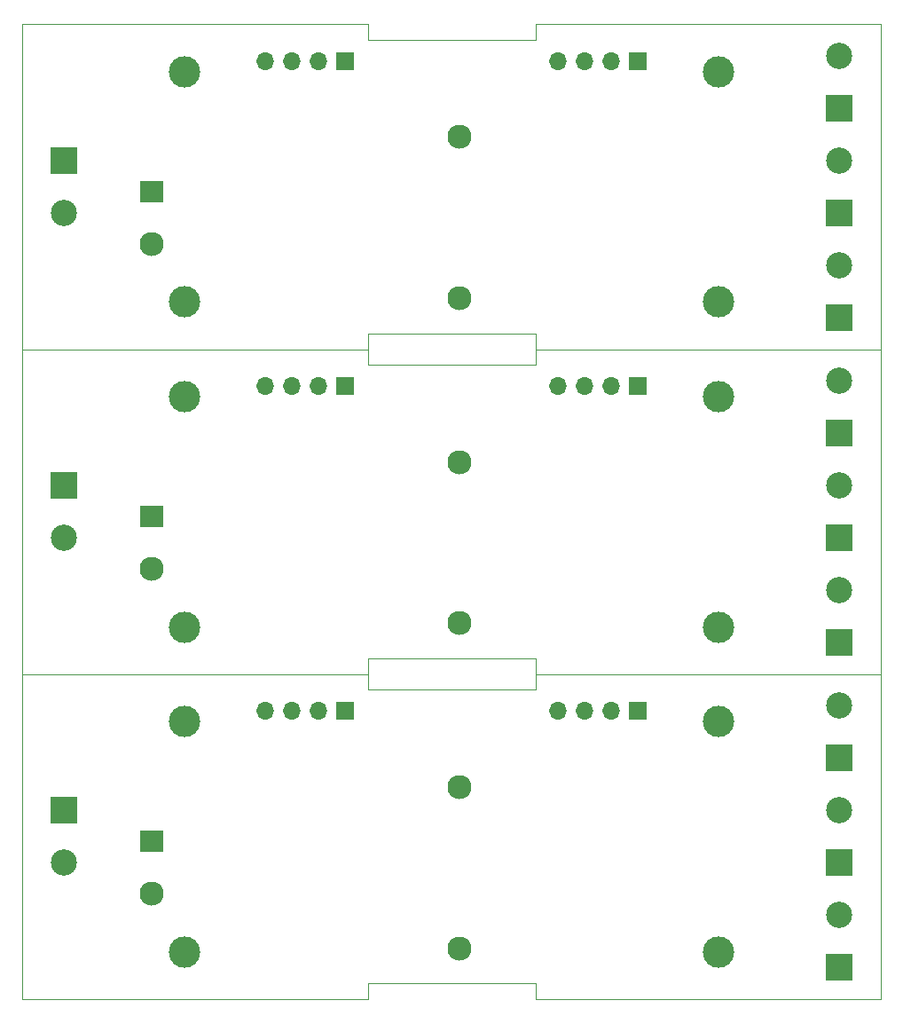
<source format=gbr>
%TF.GenerationSoftware,KiCad,Pcbnew,6.0.11-2627ca5db0~126~ubuntu20.04.1*%
%TF.CreationDate,2024-09-22T20:55:53-05:00*%
%TF.ProjectId,,58585858-5858-4585-9858-585858585858,rev?*%
%TF.SameCoordinates,Original*%
%TF.FileFunction,Soldermask,Bot*%
%TF.FilePolarity,Negative*%
%FSLAX46Y46*%
G04 Gerber Fmt 4.6, Leading zero omitted, Abs format (unit mm)*
G04 Created by KiCad (PCBNEW 6.0.11-2627ca5db0~126~ubuntu20.04.1) date 2024-09-22 20:55:53*
%MOMM*%
%LPD*%
G01*
G04 APERTURE LIST*
%TA.AperFunction,Profile*%
%ADD10C,0.100000*%
%TD*%
%ADD11R,2.300000X2.000000*%
%ADD12C,2.300000*%
%ADD13C,3.000000*%
%ADD14R,1.700000X1.700000*%
%ADD15O,1.700000X1.700000*%
%ADD16R,2.500000X2.500000*%
%ADD17C,2.500000*%
G04 APERTURE END LIST*
D10*
X93196000Y-98957000D02*
X126196000Y-98957000D01*
X77196000Y-129957000D02*
X77196000Y-128457000D01*
X77196000Y-98957000D02*
X77196000Y-100457000D01*
X44196000Y-98957000D02*
X77196000Y-98957000D01*
X93196000Y-129957000D02*
X126196000Y-129957000D01*
X126196000Y-98957000D02*
X126196000Y-129957000D01*
X44196000Y-129957000D02*
X77196000Y-129957000D01*
X44196000Y-98957000D02*
X44196000Y-129957000D01*
X77196000Y-128457000D02*
X93196000Y-128457000D01*
X93196000Y-98957000D02*
X93196000Y-100457000D01*
X93196000Y-129957000D02*
X93196000Y-128457000D01*
X77196000Y-100457000D02*
X93196000Y-100457000D01*
X93196000Y-67957000D02*
X126196000Y-67957000D01*
X77196000Y-98957000D02*
X77196000Y-97457000D01*
X77196000Y-67957000D02*
X77196000Y-69457000D01*
X44196000Y-67957000D02*
X77196000Y-67957000D01*
X93196000Y-98957000D02*
X126196000Y-98957000D01*
X126196000Y-67957000D02*
X126196000Y-98957000D01*
X44196000Y-98957000D02*
X77196000Y-98957000D01*
X44196000Y-67957000D02*
X44196000Y-98957000D01*
X77196000Y-97457000D02*
X93196000Y-97457000D01*
X93196000Y-67957000D02*
X93196000Y-69457000D01*
X93196000Y-98957000D02*
X93196000Y-97457000D01*
X77196000Y-69457000D02*
X93196000Y-69457000D01*
X77196000Y-38457000D02*
X93196000Y-38457000D01*
X93196000Y-67957000D02*
X93196000Y-66457000D01*
X93196000Y-36957000D02*
X93196000Y-38457000D01*
X77196000Y-66457000D02*
X93196000Y-66457000D01*
X44196000Y-36957000D02*
X44196000Y-67957000D01*
X44196000Y-67957000D02*
X77196000Y-67957000D01*
X126196000Y-36957000D02*
X126196000Y-67957000D01*
X93196000Y-67957000D02*
X126196000Y-67957000D01*
X44196000Y-36957000D02*
X77196000Y-36957000D01*
X77196000Y-36957000D02*
X77196000Y-38457000D01*
X77196000Y-67957000D02*
X77196000Y-66457000D01*
X93196000Y-36957000D02*
X126196000Y-36957000D01*
D11*
%TO.C,PS1*%
X56591000Y-114908000D03*
D12*
X56591000Y-119908000D03*
X85991000Y-109708000D03*
X85991000Y-125108000D03*
%TD*%
D13*
%TO.C,MH01*%
X59696000Y-125457000D03*
%TD*%
%TO.C,MH00*%
X59696000Y-103457000D03*
%TD*%
D14*
%TO.C,J6*%
X75036000Y-102462000D03*
D15*
X72496000Y-102462000D03*
X69956000Y-102462000D03*
X67416000Y-102462000D03*
%TD*%
D16*
%TO.C,J4*%
X122196000Y-106957000D03*
D17*
X122196000Y-101957000D03*
%TD*%
D16*
%TO.C,J1*%
X48196000Y-111957000D03*
D17*
X48196000Y-116957000D03*
%TD*%
D14*
%TO.C,J5*%
X102976000Y-102462000D03*
D15*
X100436000Y-102462000D03*
X97896000Y-102462000D03*
X95356000Y-102462000D03*
%TD*%
D16*
%TO.C,J2*%
X122196000Y-126957000D03*
D17*
X122196000Y-121957000D03*
%TD*%
D16*
%TO.C,J3*%
X122196000Y-116957000D03*
D17*
X122196000Y-111957000D03*
%TD*%
D13*
%TO.C,MH02*%
X110696000Y-103457000D03*
%TD*%
%TO.C,MH03*%
X110696000Y-125457000D03*
%TD*%
D11*
%TO.C,PS1*%
X56591000Y-83908000D03*
D12*
X56591000Y-88908000D03*
X85991000Y-78708000D03*
X85991000Y-94108000D03*
%TD*%
D13*
%TO.C,MH01*%
X59696000Y-94457000D03*
%TD*%
%TO.C,MH00*%
X59696000Y-72457000D03*
%TD*%
D14*
%TO.C,J6*%
X75036000Y-71462000D03*
D15*
X72496000Y-71462000D03*
X69956000Y-71462000D03*
X67416000Y-71462000D03*
%TD*%
D16*
%TO.C,J4*%
X122196000Y-75957000D03*
D17*
X122196000Y-70957000D03*
%TD*%
D16*
%TO.C,J1*%
X48196000Y-80957000D03*
D17*
X48196000Y-85957000D03*
%TD*%
D14*
%TO.C,J5*%
X102976000Y-71462000D03*
D15*
X100436000Y-71462000D03*
X97896000Y-71462000D03*
X95356000Y-71462000D03*
%TD*%
D16*
%TO.C,J2*%
X122196000Y-95957000D03*
D17*
X122196000Y-90957000D03*
%TD*%
D16*
%TO.C,J3*%
X122196000Y-85957000D03*
D17*
X122196000Y-80957000D03*
%TD*%
D13*
%TO.C,MH02*%
X110696000Y-72457000D03*
%TD*%
%TO.C,MH03*%
X110696000Y-94457000D03*
%TD*%
D16*
%TO.C,J3*%
X122196000Y-54957000D03*
D17*
X122196000Y-49957000D03*
%TD*%
D16*
%TO.C,J2*%
X122196000Y-64957000D03*
D17*
X122196000Y-59957000D03*
%TD*%
D14*
%TO.C,J5*%
X102976000Y-40462000D03*
D15*
X100436000Y-40462000D03*
X97896000Y-40462000D03*
X95356000Y-40462000D03*
%TD*%
D13*
%TO.C,MH03*%
X110696000Y-63457000D03*
%TD*%
%TO.C,MH02*%
X110696000Y-41457000D03*
%TD*%
D16*
%TO.C,J1*%
X48196000Y-49957000D03*
D17*
X48196000Y-54957000D03*
%TD*%
D16*
%TO.C,J4*%
X122196000Y-44957000D03*
D17*
X122196000Y-39957000D03*
%TD*%
D11*
%TO.C,PS1*%
X56591000Y-52908000D03*
D12*
X56591000Y-57908000D03*
X85991000Y-47708000D03*
X85991000Y-63108000D03*
%TD*%
D14*
%TO.C,J6*%
X75036000Y-40462000D03*
D15*
X72496000Y-40462000D03*
X69956000Y-40462000D03*
X67416000Y-40462000D03*
%TD*%
D13*
%TO.C,MH00*%
X59696000Y-41457000D03*
%TD*%
%TO.C,MH01*%
X59696000Y-63457000D03*
%TD*%
M02*

</source>
